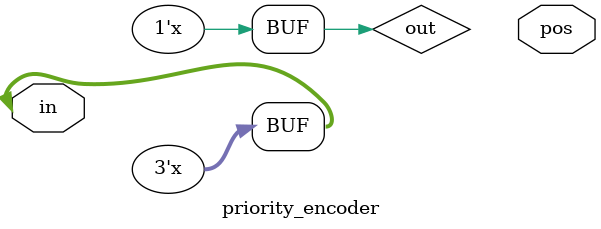
<source format=v>
module priority_encoder( 
input [2:0] in,
output reg [1:0] pos ); 
// When sel=1, assign b to out
assign out = (pos[1] << 5) | (pos[0] << 4) | in[1] ;
// When sel=0, assign b to out
assign out = (pos[1] << 5) | (pos[0] << 4) | in[0] ;
// When sel=1, assign b to out
assign out = (pos[1] << 5) | (pos[0] << 4) | in[2] ;
// When sel=0, assign b to out
assign out = (pos[1] << 5) | (pos[0] << 4) | in[3] ;
// When sel=1, assign b to out
assign out = (pos[1] << 5) | (pos[0] << 4) | in[4] ;
// When sel=0, assign b to out
endmodule

</source>
